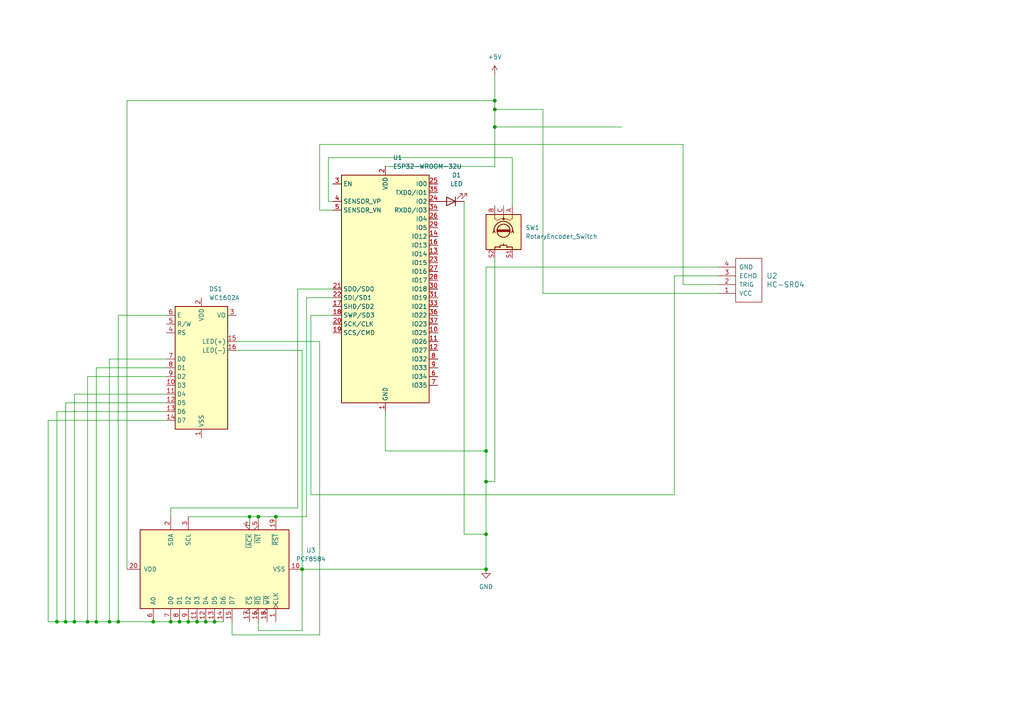
<source format=kicad_sch>
(kicad_sch
	(version 20231120)
	(generator "eeschema")
	(generator_version "8.0")
	(uuid "9595c74d-b2b4-4fe2-ab7b-44a3e357c288")
	(paper "A4")
	(lib_symbols
		(symbol "Device:LED"
			(pin_numbers hide)
			(pin_names
				(offset 1.016) hide)
			(exclude_from_sim no)
			(in_bom yes)
			(on_board yes)
			(property "Reference" "D"
				(at 0 2.54 0)
				(effects
					(font
						(size 1.27 1.27)
					)
				)
			)
			(property "Value" "LED"
				(at 0 -2.54 0)
				(effects
					(font
						(size 1.27 1.27)
					)
				)
			)
			(property "Footprint" ""
				(at 0 0 0)
				(effects
					(font
						(size 1.27 1.27)
					)
					(hide yes)
				)
			)
			(property "Datasheet" "~"
				(at 0 0 0)
				(effects
					(font
						(size 1.27 1.27)
					)
					(hide yes)
				)
			)
			(property "Description" "Light emitting diode"
				(at 0 0 0)
				(effects
					(font
						(size 1.27 1.27)
					)
					(hide yes)
				)
			)
			(property "ki_keywords" "LED diode"
				(at 0 0 0)
				(effects
					(font
						(size 1.27 1.27)
					)
					(hide yes)
				)
			)
			(property "ki_fp_filters" "LED* LED_SMD:* LED_THT:*"
				(at 0 0 0)
				(effects
					(font
						(size 1.27 1.27)
					)
					(hide yes)
				)
			)
			(symbol "LED_0_1"
				(polyline
					(pts
						(xy -1.27 -1.27) (xy -1.27 1.27)
					)
					(stroke
						(width 0.254)
						(type default)
					)
					(fill
						(type none)
					)
				)
				(polyline
					(pts
						(xy -1.27 0) (xy 1.27 0)
					)
					(stroke
						(width 0)
						(type default)
					)
					(fill
						(type none)
					)
				)
				(polyline
					(pts
						(xy 1.27 -1.27) (xy 1.27 1.27) (xy -1.27 0) (xy 1.27 -1.27)
					)
					(stroke
						(width 0.254)
						(type default)
					)
					(fill
						(type none)
					)
				)
				(polyline
					(pts
						(xy -3.048 -0.762) (xy -4.572 -2.286) (xy -3.81 -2.286) (xy -4.572 -2.286) (xy -4.572 -1.524)
					)
					(stroke
						(width 0)
						(type default)
					)
					(fill
						(type none)
					)
				)
				(polyline
					(pts
						(xy -1.778 -0.762) (xy -3.302 -2.286) (xy -2.54 -2.286) (xy -3.302 -2.286) (xy -3.302 -1.524)
					)
					(stroke
						(width 0)
						(type default)
					)
					(fill
						(type none)
					)
				)
			)
			(symbol "LED_1_1"
				(pin passive line
					(at -3.81 0 0)
					(length 2.54)
					(name "K"
						(effects
							(font
								(size 1.27 1.27)
							)
						)
					)
					(number "1"
						(effects
							(font
								(size 1.27 1.27)
							)
						)
					)
				)
				(pin passive line
					(at 3.81 0 180)
					(length 2.54)
					(name "A"
						(effects
							(font
								(size 1.27 1.27)
							)
						)
					)
					(number "2"
						(effects
							(font
								(size 1.27 1.27)
							)
						)
					)
				)
			)
		)
		(symbol "Device:RotaryEncoder_Switch"
			(pin_names
				(offset 0.254) hide)
			(exclude_from_sim no)
			(in_bom yes)
			(on_board yes)
			(property "Reference" "SW"
				(at 0 6.604 0)
				(effects
					(font
						(size 1.27 1.27)
					)
				)
			)
			(property "Value" "RotaryEncoder_Switch"
				(at 0 -6.604 0)
				(effects
					(font
						(size 1.27 1.27)
					)
				)
			)
			(property "Footprint" ""
				(at -3.81 4.064 0)
				(effects
					(font
						(size 1.27 1.27)
					)
					(hide yes)
				)
			)
			(property "Datasheet" "~"
				(at 0 6.604 0)
				(effects
					(font
						(size 1.27 1.27)
					)
					(hide yes)
				)
			)
			(property "Description" "Rotary encoder, dual channel, incremental quadrate outputs, with switch"
				(at 0 0 0)
				(effects
					(font
						(size 1.27 1.27)
					)
					(hide yes)
				)
			)
			(property "ki_keywords" "rotary switch encoder switch push button"
				(at 0 0 0)
				(effects
					(font
						(size 1.27 1.27)
					)
					(hide yes)
				)
			)
			(property "ki_fp_filters" "RotaryEncoder*Switch*"
				(at 0 0 0)
				(effects
					(font
						(size 1.27 1.27)
					)
					(hide yes)
				)
			)
			(symbol "RotaryEncoder_Switch_0_1"
				(rectangle
					(start -5.08 5.08)
					(end 5.08 -5.08)
					(stroke
						(width 0.254)
						(type default)
					)
					(fill
						(type background)
					)
				)
				(circle
					(center -3.81 0)
					(radius 0.254)
					(stroke
						(width 0)
						(type default)
					)
					(fill
						(type outline)
					)
				)
				(circle
					(center -0.381 0)
					(radius 1.905)
					(stroke
						(width 0.254)
						(type default)
					)
					(fill
						(type none)
					)
				)
				(arc
					(start -0.381 2.667)
					(mid -3.0988 -0.0635)
					(end -0.381 -2.794)
					(stroke
						(width 0.254)
						(type default)
					)
					(fill
						(type none)
					)
				)
				(polyline
					(pts
						(xy -0.635 -1.778) (xy -0.635 1.778)
					)
					(stroke
						(width 0.254)
						(type default)
					)
					(fill
						(type none)
					)
				)
				(polyline
					(pts
						(xy -0.381 -1.778) (xy -0.381 1.778)
					)
					(stroke
						(width 0.254)
						(type default)
					)
					(fill
						(type none)
					)
				)
				(polyline
					(pts
						(xy -0.127 1.778) (xy -0.127 -1.778)
					)
					(stroke
						(width 0.254)
						(type default)
					)
					(fill
						(type none)
					)
				)
				(polyline
					(pts
						(xy 3.81 0) (xy 3.429 0)
					)
					(stroke
						(width 0.254)
						(type default)
					)
					(fill
						(type none)
					)
				)
				(polyline
					(pts
						(xy 3.81 1.016) (xy 3.81 -1.016)
					)
					(stroke
						(width 0.254)
						(type default)
					)
					(fill
						(type none)
					)
				)
				(polyline
					(pts
						(xy -5.08 -2.54) (xy -3.81 -2.54) (xy -3.81 -2.032)
					)
					(stroke
						(width 0)
						(type default)
					)
					(fill
						(type none)
					)
				)
				(polyline
					(pts
						(xy -5.08 2.54) (xy -3.81 2.54) (xy -3.81 2.032)
					)
					(stroke
						(width 0)
						(type default)
					)
					(fill
						(type none)
					)
				)
				(polyline
					(pts
						(xy 0.254 -3.048) (xy -0.508 -2.794) (xy 0.127 -2.413)
					)
					(stroke
						(width 0.254)
						(type default)
					)
					(fill
						(type none)
					)
				)
				(polyline
					(pts
						(xy 0.254 2.921) (xy -0.508 2.667) (xy 0.127 2.286)
					)
					(stroke
						(width 0.254)
						(type default)
					)
					(fill
						(type none)
					)
				)
				(polyline
					(pts
						(xy 5.08 -2.54) (xy 4.318 -2.54) (xy 4.318 -1.016)
					)
					(stroke
						(width 0.254)
						(type default)
					)
					(fill
						(type none)
					)
				)
				(polyline
					(pts
						(xy 5.08 2.54) (xy 4.318 2.54) (xy 4.318 1.016)
					)
					(stroke
						(width 0.254)
						(type default)
					)
					(fill
						(type none)
					)
				)
				(polyline
					(pts
						(xy -5.08 0) (xy -3.81 0) (xy -3.81 -1.016) (xy -3.302 -2.032)
					)
					(stroke
						(width 0)
						(type default)
					)
					(fill
						(type none)
					)
				)
				(polyline
					(pts
						(xy -4.318 0) (xy -3.81 0) (xy -3.81 1.016) (xy -3.302 2.032)
					)
					(stroke
						(width 0)
						(type default)
					)
					(fill
						(type none)
					)
				)
				(circle
					(center 4.318 -1.016)
					(radius 0.127)
					(stroke
						(width 0.254)
						(type default)
					)
					(fill
						(type none)
					)
				)
				(circle
					(center 4.318 1.016)
					(radius 0.127)
					(stroke
						(width 0.254)
						(type default)
					)
					(fill
						(type none)
					)
				)
			)
			(symbol "RotaryEncoder_Switch_1_1"
				(pin passive line
					(at -7.62 2.54 0)
					(length 2.54)
					(name "A"
						(effects
							(font
								(size 1.27 1.27)
							)
						)
					)
					(number "A"
						(effects
							(font
								(size 1.27 1.27)
							)
						)
					)
				)
				(pin passive line
					(at -7.62 -2.54 0)
					(length 2.54)
					(name "B"
						(effects
							(font
								(size 1.27 1.27)
							)
						)
					)
					(number "B"
						(effects
							(font
								(size 1.27 1.27)
							)
						)
					)
				)
				(pin passive line
					(at -7.62 0 0)
					(length 2.54)
					(name "C"
						(effects
							(font
								(size 1.27 1.27)
							)
						)
					)
					(number "C"
						(effects
							(font
								(size 1.27 1.27)
							)
						)
					)
				)
				(pin passive line
					(at 7.62 2.54 180)
					(length 2.54)
					(name "S1"
						(effects
							(font
								(size 1.27 1.27)
							)
						)
					)
					(number "S1"
						(effects
							(font
								(size 1.27 1.27)
							)
						)
					)
				)
				(pin passive line
					(at 7.62 -2.54 180)
					(length 2.54)
					(name "S2"
						(effects
							(font
								(size 1.27 1.27)
							)
						)
					)
					(number "S2"
						(effects
							(font
								(size 1.27 1.27)
							)
						)
					)
				)
			)
		)
		(symbol "Display_Character:WC1602A"
			(exclude_from_sim no)
			(in_bom yes)
			(on_board yes)
			(property "Reference" "DS"
				(at -5.842 19.05 0)
				(effects
					(font
						(size 1.27 1.27)
					)
				)
			)
			(property "Value" "WC1602A"
				(at 5.334 19.05 0)
				(effects
					(font
						(size 1.27 1.27)
					)
				)
			)
			(property "Footprint" "Display:WC1602A"
				(at 0 -22.86 0)
				(effects
					(font
						(size 1.27 1.27)
						(italic yes)
					)
					(hide yes)
				)
			)
			(property "Datasheet" "http://www.wincomlcd.com/pdf/WC1602A-SFYLYHTC06.pdf"
				(at 17.78 0 0)
				(effects
					(font
						(size 1.27 1.27)
					)
					(hide yes)
				)
			)
			(property "Description" "LCD 16x2 Alphanumeric , 8 bit parallel bus, 5V VDD"
				(at 0 0 0)
				(effects
					(font
						(size 1.27 1.27)
					)
					(hide yes)
				)
			)
			(property "ki_keywords" "display LCD dot-matrix"
				(at 0 0 0)
				(effects
					(font
						(size 1.27 1.27)
					)
					(hide yes)
				)
			)
			(property "ki_fp_filters" "*WC*1602A*"
				(at 0 0 0)
				(effects
					(font
						(size 1.27 1.27)
					)
					(hide yes)
				)
			)
			(symbol "WC1602A_1_1"
				(rectangle
					(start -7.62 17.78)
					(end 7.62 -17.78)
					(stroke
						(width 0.254)
						(type default)
					)
					(fill
						(type background)
					)
				)
				(pin power_in line
					(at 0 -20.32 90)
					(length 2.54)
					(name "VSS"
						(effects
							(font
								(size 1.27 1.27)
							)
						)
					)
					(number "1"
						(effects
							(font
								(size 1.27 1.27)
							)
						)
					)
				)
				(pin input line
					(at -10.16 -5.08 0)
					(length 2.54)
					(name "D3"
						(effects
							(font
								(size 1.27 1.27)
							)
						)
					)
					(number "10"
						(effects
							(font
								(size 1.27 1.27)
							)
						)
					)
				)
				(pin input line
					(at -10.16 -7.62 0)
					(length 2.54)
					(name "D4"
						(effects
							(font
								(size 1.27 1.27)
							)
						)
					)
					(number "11"
						(effects
							(font
								(size 1.27 1.27)
							)
						)
					)
				)
				(pin input line
					(at -10.16 -10.16 0)
					(length 2.54)
					(name "D5"
						(effects
							(font
								(size 1.27 1.27)
							)
						)
					)
					(number "12"
						(effects
							(font
								(size 1.27 1.27)
							)
						)
					)
				)
				(pin input line
					(at -10.16 -12.7 0)
					(length 2.54)
					(name "D6"
						(effects
							(font
								(size 1.27 1.27)
							)
						)
					)
					(number "13"
						(effects
							(font
								(size 1.27 1.27)
							)
						)
					)
				)
				(pin input line
					(at -10.16 -15.24 0)
					(length 2.54)
					(name "D7"
						(effects
							(font
								(size 1.27 1.27)
							)
						)
					)
					(number "14"
						(effects
							(font
								(size 1.27 1.27)
							)
						)
					)
				)
				(pin power_in line
					(at 10.16 7.62 180)
					(length 2.54)
					(name "LED(+)"
						(effects
							(font
								(size 1.27 1.27)
							)
						)
					)
					(number "15"
						(effects
							(font
								(size 1.27 1.27)
							)
						)
					)
				)
				(pin power_in line
					(at 10.16 5.08 180)
					(length 2.54)
					(name "LED(-)"
						(effects
							(font
								(size 1.27 1.27)
							)
						)
					)
					(number "16"
						(effects
							(font
								(size 1.27 1.27)
							)
						)
					)
				)
				(pin power_in line
					(at 0 20.32 270)
					(length 2.54)
					(name "VDD"
						(effects
							(font
								(size 1.27 1.27)
							)
						)
					)
					(number "2"
						(effects
							(font
								(size 1.27 1.27)
							)
						)
					)
				)
				(pin input line
					(at 10.16 15.24 180)
					(length 2.54)
					(name "VO"
						(effects
							(font
								(size 1.27 1.27)
							)
						)
					)
					(number "3"
						(effects
							(font
								(size 1.27 1.27)
							)
						)
					)
				)
				(pin input line
					(at -10.16 10.16 0)
					(length 2.54)
					(name "RS"
						(effects
							(font
								(size 1.27 1.27)
							)
						)
					)
					(number "4"
						(effects
							(font
								(size 1.27 1.27)
							)
						)
					)
				)
				(pin input line
					(at -10.16 12.7 0)
					(length 2.54)
					(name "R/W"
						(effects
							(font
								(size 1.27 1.27)
							)
						)
					)
					(number "5"
						(effects
							(font
								(size 1.27 1.27)
							)
						)
					)
				)
				(pin input line
					(at -10.16 15.24 0)
					(length 2.54)
					(name "E"
						(effects
							(font
								(size 1.27 1.27)
							)
						)
					)
					(number "6"
						(effects
							(font
								(size 1.27 1.27)
							)
						)
					)
				)
				(pin input line
					(at -10.16 2.54 0)
					(length 2.54)
					(name "D0"
						(effects
							(font
								(size 1.27 1.27)
							)
						)
					)
					(number "7"
						(effects
							(font
								(size 1.27 1.27)
							)
						)
					)
				)
				(pin input line
					(at -10.16 0 0)
					(length 2.54)
					(name "D1"
						(effects
							(font
								(size 1.27 1.27)
							)
						)
					)
					(number "8"
						(effects
							(font
								(size 1.27 1.27)
							)
						)
					)
				)
				(pin input line
					(at -10.16 -2.54 0)
					(length 2.54)
					(name "D2"
						(effects
							(font
								(size 1.27 1.27)
							)
						)
					)
					(number "9"
						(effects
							(font
								(size 1.27 1.27)
							)
						)
					)
				)
			)
		)
		(symbol "Interface_Expansion:PCF8584"
			(pin_names
				(offset 1.016)
			)
			(exclude_from_sim no)
			(in_bom yes)
			(on_board yes)
			(property "Reference" "U"
				(at -11.43 22.86 0)
				(effects
					(font
						(size 1.27 1.27)
					)
					(justify left)
				)
			)
			(property "Value" "PCF8584"
				(at 3.81 22.86 0)
				(effects
					(font
						(size 1.27 1.27)
					)
					(justify left)
				)
			)
			(property "Footprint" ""
				(at 0 0 0)
				(effects
					(font
						(size 1.27 1.27)
					)
					(hide yes)
				)
			)
			(property "Datasheet" "http://www.nxp.com/docs/en/data-sheet/PCF8584.pdf"
				(at 0 0 0)
				(effects
					(font
						(size 1.27 1.27)
					)
					(hide yes)
				)
			)
			(property "Description" "I2C Bus Controller, DIP/SOIC-20"
				(at 0 0 0)
				(effects
					(font
						(size 1.27 1.27)
					)
					(hide yes)
				)
			)
			(property "ki_keywords" "I2C Bus"
				(at 0 0 0)
				(effects
					(font
						(size 1.27 1.27)
					)
					(hide yes)
				)
			)
			(property "ki_fp_filters" "DIP* PDIP* SO* SOIC*"
				(at 0 0 0)
				(effects
					(font
						(size 1.27 1.27)
					)
					(hide yes)
				)
			)
			(symbol "PCF8584_0_1"
				(rectangle
					(start -11.43 -21.59)
					(end 11.43 21.59)
					(stroke
						(width 0.254)
						(type default)
					)
					(fill
						(type background)
					)
				)
			)
			(symbol "PCF8584_1_1"
				(pin input clock
					(at -15.24 -17.78 0)
					(length 3.81)
					(name "CLK"
						(effects
							(font
								(size 1.27 1.27)
							)
						)
					)
					(number "1"
						(effects
							(font
								(size 1.27 1.27)
							)
						)
					)
				)
				(pin power_in line
					(at 0 -25.4 90)
					(length 3.81)
					(name "VSS"
						(effects
							(font
								(size 1.27 1.27)
							)
						)
					)
					(number "10"
						(effects
							(font
								(size 1.27 1.27)
							)
						)
					)
				)
				(pin tri_state line
					(at -15.24 5.08 0)
					(length 3.81)
					(name "D3"
						(effects
							(font
								(size 1.27 1.27)
							)
						)
					)
					(number "11"
						(effects
							(font
								(size 1.27 1.27)
							)
						)
					)
				)
				(pin tri_state line
					(at -15.24 2.54 0)
					(length 3.81)
					(name "D4"
						(effects
							(font
								(size 1.27 1.27)
							)
						)
					)
					(number "12"
						(effects
							(font
								(size 1.27 1.27)
							)
						)
					)
				)
				(pin tri_state line
					(at -15.24 0 0)
					(length 3.81)
					(name "D5"
						(effects
							(font
								(size 1.27 1.27)
							)
						)
					)
					(number "13"
						(effects
							(font
								(size 1.27 1.27)
							)
						)
					)
				)
				(pin tri_state line
					(at -15.24 -2.54 0)
					(length 3.81)
					(name "D6"
						(effects
							(font
								(size 1.27 1.27)
							)
						)
					)
					(number "14"
						(effects
							(font
								(size 1.27 1.27)
							)
						)
					)
				)
				(pin tri_state line
					(at -15.24 -5.08 0)
					(length 3.81)
					(name "D7"
						(effects
							(font
								(size 1.27 1.27)
							)
						)
					)
					(number "15"
						(effects
							(font
								(size 1.27 1.27)
							)
						)
					)
				)
				(pin passive input_low
					(at -15.24 -12.7 0)
					(length 3.81)
					(name "~{RD}"
						(effects
							(font
								(size 1.27 1.27)
							)
						)
					)
					(number "16"
						(effects
							(font
								(size 1.27 1.27)
							)
						)
					)
				)
				(pin input input_low
					(at -15.24 -10.16 0)
					(length 3.81)
					(name "~{CS}"
						(effects
							(font
								(size 1.27 1.27)
							)
						)
					)
					(number "17"
						(effects
							(font
								(size 1.27 1.27)
							)
						)
					)
				)
				(pin input input_low
					(at -15.24 -15.24 0)
					(length 3.81)
					(name "~{WR}"
						(effects
							(font
								(size 1.27 1.27)
							)
						)
					)
					(number "18"
						(effects
							(font
								(size 1.27 1.27)
							)
						)
					)
				)
				(pin bidirectional line
					(at 15.24 -17.78 180)
					(length 3.81)
					(name "~{RST}"
						(effects
							(font
								(size 1.27 1.27)
							)
						)
					)
					(number "19"
						(effects
							(font
								(size 1.27 1.27)
							)
						)
					)
				)
				(pin bidirectional line
					(at 15.24 12.7 180)
					(length 3.81)
					(name "SDA"
						(effects
							(font
								(size 1.27 1.27)
							)
						)
					)
					(number "2"
						(effects
							(font
								(size 1.27 1.27)
							)
						)
					)
				)
				(pin power_in line
					(at 0 25.4 270)
					(length 3.81)
					(name "VDD"
						(effects
							(font
								(size 1.27 1.27)
							)
						)
					)
					(number "20"
						(effects
							(font
								(size 1.27 1.27)
							)
						)
					)
				)
				(pin bidirectional line
					(at 15.24 7.62 180)
					(length 3.81)
					(name "SCL"
						(effects
							(font
								(size 1.27 1.27)
							)
						)
					)
					(number "3"
						(effects
							(font
								(size 1.27 1.27)
							)
						)
					)
				)
				(pin input input_low
					(at 15.24 -10.16 180)
					(length 3.81)
					(name "~{IACK}"
						(effects
							(font
								(size 1.27 1.27)
							)
						)
					)
					(number "4"
						(effects
							(font
								(size 1.27 1.27)
							)
						)
					)
				)
				(pin output output_low
					(at 15.24 -12.7 180)
					(length 3.81)
					(name "~{INT}"
						(effects
							(font
								(size 1.27 1.27)
							)
						)
					)
					(number "5"
						(effects
							(font
								(size 1.27 1.27)
							)
						)
					)
				)
				(pin input line
					(at -15.24 17.78 0)
					(length 3.81)
					(name "A0"
						(effects
							(font
								(size 1.27 1.27)
							)
						)
					)
					(number "6"
						(effects
							(font
								(size 1.27 1.27)
							)
						)
					)
				)
				(pin tri_state line
					(at -15.24 12.7 0)
					(length 3.81)
					(name "D0"
						(effects
							(font
								(size 1.27 1.27)
							)
						)
					)
					(number "7"
						(effects
							(font
								(size 1.27 1.27)
							)
						)
					)
				)
				(pin tri_state line
					(at -15.24 10.16 0)
					(length 3.81)
					(name "D1"
						(effects
							(font
								(size 1.27 1.27)
							)
						)
					)
					(number "8"
						(effects
							(font
								(size 1.27 1.27)
							)
						)
					)
				)
				(pin tri_state line
					(at -15.24 7.62 0)
					(length 3.81)
					(name "D2"
						(effects
							(font
								(size 1.27 1.27)
							)
						)
					)
					(number "9"
						(effects
							(font
								(size 1.27 1.27)
							)
						)
					)
				)
			)
		)
		(symbol "RF_Module:ESP32-WROOM-32U"
			(exclude_from_sim no)
			(in_bom yes)
			(on_board yes)
			(property "Reference" "U"
				(at -12.7 34.29 0)
				(effects
					(font
						(size 1.27 1.27)
					)
					(justify left)
				)
			)
			(property "Value" "ESP32-WROOM-32U"
				(at 1.27 34.29 0)
				(effects
					(font
						(size 1.27 1.27)
					)
					(justify left)
				)
			)
			(property "Footprint" "RF_Module:ESP32-WROOM-32U"
				(at 0 -38.1 0)
				(effects
					(font
						(size 1.27 1.27)
					)
					(hide yes)
				)
			)
			(property "Datasheet" "https://www.espressif.com/sites/default/files/documentation/esp32-wroom-32d_esp32-wroom-32u_datasheet_en.pdf"
				(at -7.62 1.27 0)
				(effects
					(font
						(size 1.27 1.27)
					)
					(hide yes)
				)
			)
			(property "Description" "RF Module, ESP32-D0WD SoC, Wi-Fi 802.11b/g/n, Bluetooth, BLE, 32-bit, 2.7-3.6V, external antenna, SMD"
				(at 0 0 0)
				(effects
					(font
						(size 1.27 1.27)
					)
					(hide yes)
				)
			)
			(property "ki_keywords" "RF Radio BT ESP ESP32 Espressif external U.FL antenna"
				(at 0 0 0)
				(effects
					(font
						(size 1.27 1.27)
					)
					(hide yes)
				)
			)
			(property "ki_fp_filters" "ESP32?WROOM?32U*"
				(at 0 0 0)
				(effects
					(font
						(size 1.27 1.27)
					)
					(hide yes)
				)
			)
			(symbol "ESP32-WROOM-32U_0_1"
				(rectangle
					(start -12.7 33.02)
					(end 12.7 -33.02)
					(stroke
						(width 0.254)
						(type default)
					)
					(fill
						(type background)
					)
				)
			)
			(symbol "ESP32-WROOM-32U_1_1"
				(pin power_in line
					(at 0 -35.56 90)
					(length 2.54)
					(name "GND"
						(effects
							(font
								(size 1.27 1.27)
							)
						)
					)
					(number "1"
						(effects
							(font
								(size 1.27 1.27)
							)
						)
					)
				)
				(pin bidirectional line
					(at 15.24 -12.7 180)
					(length 2.54)
					(name "IO25"
						(effects
							(font
								(size 1.27 1.27)
							)
						)
					)
					(number "10"
						(effects
							(font
								(size 1.27 1.27)
							)
						)
					)
				)
				(pin bidirectional line
					(at 15.24 -15.24 180)
					(length 2.54)
					(name "IO26"
						(effects
							(font
								(size 1.27 1.27)
							)
						)
					)
					(number "11"
						(effects
							(font
								(size 1.27 1.27)
							)
						)
					)
				)
				(pin bidirectional line
					(at 15.24 -17.78 180)
					(length 2.54)
					(name "IO27"
						(effects
							(font
								(size 1.27 1.27)
							)
						)
					)
					(number "12"
						(effects
							(font
								(size 1.27 1.27)
							)
						)
					)
				)
				(pin bidirectional line
					(at 15.24 10.16 180)
					(length 2.54)
					(name "IO14"
						(effects
							(font
								(size 1.27 1.27)
							)
						)
					)
					(number "13"
						(effects
							(font
								(size 1.27 1.27)
							)
						)
					)
				)
				(pin bidirectional line
					(at 15.24 15.24 180)
					(length 2.54)
					(name "IO12"
						(effects
							(font
								(size 1.27 1.27)
							)
						)
					)
					(number "14"
						(effects
							(font
								(size 1.27 1.27)
							)
						)
					)
				)
				(pin passive line
					(at 0 -35.56 90)
					(length 2.54) hide
					(name "GND"
						(effects
							(font
								(size 1.27 1.27)
							)
						)
					)
					(number "15"
						(effects
							(font
								(size 1.27 1.27)
							)
						)
					)
				)
				(pin bidirectional line
					(at 15.24 12.7 180)
					(length 2.54)
					(name "IO13"
						(effects
							(font
								(size 1.27 1.27)
							)
						)
					)
					(number "16"
						(effects
							(font
								(size 1.27 1.27)
							)
						)
					)
				)
				(pin bidirectional line
					(at -15.24 -5.08 0)
					(length 2.54)
					(name "SHD/SD2"
						(effects
							(font
								(size 1.27 1.27)
							)
						)
					)
					(number "17"
						(effects
							(font
								(size 1.27 1.27)
							)
						)
					)
				)
				(pin bidirectional line
					(at -15.24 -7.62 0)
					(length 2.54)
					(name "SWP/SD3"
						(effects
							(font
								(size 1.27 1.27)
							)
						)
					)
					(number "18"
						(effects
							(font
								(size 1.27 1.27)
							)
						)
					)
				)
				(pin bidirectional line
					(at -15.24 -12.7 0)
					(length 2.54)
					(name "SCS/CMD"
						(effects
							(font
								(size 1.27 1.27)
							)
						)
					)
					(number "19"
						(effects
							(font
								(size 1.27 1.27)
							)
						)
					)
				)
				(pin power_in line
					(at 0 35.56 270)
					(length 2.54)
					(name "VDD"
						(effects
							(font
								(size 1.27 1.27)
							)
						)
					)
					(number "2"
						(effects
							(font
								(size 1.27 1.27)
							)
						)
					)
				)
				(pin bidirectional line
					(at -15.24 -10.16 0)
					(length 2.54)
					(name "SCK/CLK"
						(effects
							(font
								(size 1.27 1.27)
							)
						)
					)
					(number "20"
						(effects
							(font
								(size 1.27 1.27)
							)
						)
					)
				)
				(pin bidirectional line
					(at -15.24 0 0)
					(length 2.54)
					(name "SDO/SD0"
						(effects
							(font
								(size 1.27 1.27)
							)
						)
					)
					(number "21"
						(effects
							(font
								(size 1.27 1.27)
							)
						)
					)
				)
				(pin bidirectional line
					(at -15.24 -2.54 0)
					(length 2.54)
					(name "SDI/SD1"
						(effects
							(font
								(size 1.27 1.27)
							)
						)
					)
					(number "22"
						(effects
							(font
								(size 1.27 1.27)
							)
						)
					)
				)
				(pin bidirectional line
					(at 15.24 7.62 180)
					(length 2.54)
					(name "IO15"
						(effects
							(font
								(size 1.27 1.27)
							)
						)
					)
					(number "23"
						(effects
							(font
								(size 1.27 1.27)
							)
						)
					)
				)
				(pin bidirectional line
					(at 15.24 25.4 180)
					(length 2.54)
					(name "IO2"
						(effects
							(font
								(size 1.27 1.27)
							)
						)
					)
					(number "24"
						(effects
							(font
								(size 1.27 1.27)
							)
						)
					)
				)
				(pin bidirectional line
					(at 15.24 30.48 180)
					(length 2.54)
					(name "IO0"
						(effects
							(font
								(size 1.27 1.27)
							)
						)
					)
					(number "25"
						(effects
							(font
								(size 1.27 1.27)
							)
						)
					)
				)
				(pin bidirectional line
					(at 15.24 20.32 180)
					(length 2.54)
					(name "IO4"
						(effects
							(font
								(size 1.27 1.27)
							)
						)
					)
					(number "26"
						(effects
							(font
								(size 1.27 1.27)
							)
						)
					)
				)
				(pin bidirectional line
					(at 15.24 5.08 180)
					(length 2.54)
					(name "IO16"
						(effects
							(font
								(size 1.27 1.27)
							)
						)
					)
					(number "27"
						(effects
							(font
								(size 1.27 1.27)
							)
						)
					)
				)
				(pin bidirectional line
					(at 15.24 2.54 180)
					(length 2.54)
					(name "IO17"
						(effects
							(font
								(size 1.27 1.27)
							)
						)
					)
					(number "28"
						(effects
							(font
								(size 1.27 1.27)
							)
						)
					)
				)
				(pin bidirectional line
					(at 15.24 17.78 180)
					(length 2.54)
					(name "IO5"
						(effects
							(font
								(size 1.27 1.27)
							)
						)
					)
					(number "29"
						(effects
							(font
								(size 1.27 1.27)
							)
						)
					)
				)
				(pin input line
					(at -15.24 30.48 0)
					(length 2.54)
					(name "EN"
						(effects
							(font
								(size 1.27 1.27)
							)
						)
					)
					(number "3"
						(effects
							(font
								(size 1.27 1.27)
							)
						)
					)
				)
				(pin bidirectional line
					(at 15.24 0 180)
					(length 2.54)
					(name "IO18"
						(effects
							(font
								(size 1.27 1.27)
							)
						)
					)
					(number "30"
						(effects
							(font
								(size 1.27 1.27)
							)
						)
					)
				)
				(pin bidirectional line
					(at 15.24 -2.54 180)
					(length 2.54)
					(name "IO19"
						(effects
							(font
								(size 1.27 1.27)
							)
						)
					)
					(number "31"
						(effects
							(font
								(size 1.27 1.27)
							)
						)
					)
				)
				(pin no_connect line
					(at -12.7 -27.94 0)
					(length 2.54) hide
					(name "NC"
						(effects
							(font
								(size 1.27 1.27)
							)
						)
					)
					(number "32"
						(effects
							(font
								(size 1.27 1.27)
							)
						)
					)
				)
				(pin bidirectional line
					(at 15.24 -5.08 180)
					(length 2.54)
					(name "IO21"
						(effects
							(font
								(size 1.27 1.27)
							)
						)
					)
					(number "33"
						(effects
							(font
								(size 1.27 1.27)
							)
						)
					)
				)
				(pin bidirectional line
					(at 15.24 22.86 180)
					(length 2.54)
					(name "RXD0/IO3"
						(effects
							(font
								(size 1.27 1.27)
							)
						)
					)
					(number "34"
						(effects
							(font
								(size 1.27 1.27)
							)
						)
					)
				)
				(pin bidirectional line
					(at 15.24 27.94 180)
					(length 2.54)
					(name "TXD0/IO1"
						(effects
							(font
								(size 1.27 1.27)
							)
						)
					)
					(number "35"
						(effects
							(font
								(size 1.27 1.27)
							)
						)
					)
				)
				(pin bidirectional line
					(at 15.24 -7.62 180)
					(length 2.54)
					(name "IO22"
						(effects
							(font
								(size 1.27 1.27)
							)
						)
					)
					(number "36"
						(effects
							(font
								(size 1.27 1.27)
							)
						)
					)
				)
				(pin bidirectional line
					(at 15.24 -10.16 180)
					(length 2.54)
					(name "IO23"
						(effects
							(font
								(size 1.27 1.27)
							)
						)
					)
					(number "37"
						(effects
							(font
								(size 1.27 1.27)
							)
						)
					)
				)
				(pin passive line
					(at 0 -35.56 90)
					(length 2.54) hide
					(name "GND"
						(effects
							(font
								(size 1.27 1.27)
							)
						)
					)
					(number "38"
						(effects
							(font
								(size 1.27 1.27)
							)
						)
					)
				)
				(pin passive line
					(at 0 -35.56 90)
					(length 2.54) hide
					(name "GND"
						(effects
							(font
								(size 1.27 1.27)
							)
						)
					)
					(number "39"
						(effects
							(font
								(size 1.27 1.27)
							)
						)
					)
				)
				(pin input line
					(at -15.24 25.4 0)
					(length 2.54)
					(name "SENSOR_VP"
						(effects
							(font
								(size 1.27 1.27)
							)
						)
					)
					(number "4"
						(effects
							(font
								(size 1.27 1.27)
							)
						)
					)
				)
				(pin input line
					(at -15.24 22.86 0)
					(length 2.54)
					(name "SENSOR_VN"
						(effects
							(font
								(size 1.27 1.27)
							)
						)
					)
					(number "5"
						(effects
							(font
								(size 1.27 1.27)
							)
						)
					)
				)
				(pin input line
					(at 15.24 -25.4 180)
					(length 2.54)
					(name "IO34"
						(effects
							(font
								(size 1.27 1.27)
							)
						)
					)
					(number "6"
						(effects
							(font
								(size 1.27 1.27)
							)
						)
					)
				)
				(pin input line
					(at 15.24 -27.94 180)
					(length 2.54)
					(name "IO35"
						(effects
							(font
								(size 1.27 1.27)
							)
						)
					)
					(number "7"
						(effects
							(font
								(size 1.27 1.27)
							)
						)
					)
				)
				(pin bidirectional line
					(at 15.24 -20.32 180)
					(length 2.54)
					(name "IO32"
						(effects
							(font
								(size 1.27 1.27)
							)
						)
					)
					(number "8"
						(effects
							(font
								(size 1.27 1.27)
							)
						)
					)
				)
				(pin bidirectional line
					(at 15.24 -22.86 180)
					(length 2.54)
					(name "IO33"
						(effects
							(font
								(size 1.27 1.27)
							)
						)
					)
					(number "9"
						(effects
							(font
								(size 1.27 1.27)
							)
						)
					)
				)
			)
		)
		(symbol "hc-sr04:HC-SR04"
			(pin_names
				(offset 1.016)
			)
			(exclude_from_sim no)
			(in_bom yes)
			(on_board yes)
			(property "Reference" "U"
				(at -6.35 -7.62 0)
				(effects
					(font
						(size 1.524 1.524)
					)
				)
			)
			(property "Value" "HC-SR04"
				(at -2.54 7.62 0)
				(effects
					(font
						(size 1.524 1.524)
					)
				)
			)
			(property "Footprint" ""
				(at 0 0 0)
				(effects
					(font
						(size 1.524 1.524)
					)
				)
			)
			(property "Datasheet" ""
				(at 0 0 0)
				(effects
					(font
						(size 1.524 1.524)
					)
				)
			)
			(property "Description" ""
				(at 0 0 0)
				(effects
					(font
						(size 1.27 1.27)
					)
					(hide yes)
				)
			)
			(symbol "HC-SR04_0_1"
				(rectangle
					(start 0 6.35)
					(end -7.62 -6.35)
					(stroke
						(width 0)
						(type solid)
					)
					(fill
						(type none)
					)
				)
			)
			(symbol "HC-SR04_1_1"
				(pin input line
					(at 5.08 3.81 180)
					(length 5.08)
					(name "VCC"
						(effects
							(font
								(size 1.27 1.27)
							)
						)
					)
					(number "1"
						(effects
							(font
								(size 1.27 1.27)
							)
						)
					)
				)
				(pin input line
					(at 5.08 1.27 180)
					(length 5.08)
					(name "TRIG"
						(effects
							(font
								(size 1.27 1.27)
							)
						)
					)
					(number "2"
						(effects
							(font
								(size 1.27 1.27)
							)
						)
					)
				)
				(pin input line
					(at 5.08 -1.27 180)
					(length 5.08)
					(name "ECHO"
						(effects
							(font
								(size 1.27 1.27)
							)
						)
					)
					(number "3"
						(effects
							(font
								(size 1.27 1.27)
							)
						)
					)
				)
				(pin input line
					(at 5.08 -3.81 180)
					(length 5.08)
					(name "GND"
						(effects
							(font
								(size 1.27 1.27)
							)
						)
					)
					(number "4"
						(effects
							(font
								(size 1.27 1.27)
							)
						)
					)
				)
			)
		)
		(symbol "power:+5V"
			(power)
			(pin_numbers hide)
			(pin_names
				(offset 0) hide)
			(exclude_from_sim no)
			(in_bom yes)
			(on_board yes)
			(property "Reference" "#PWR"
				(at 0 -3.81 0)
				(effects
					(font
						(size 1.27 1.27)
					)
					(hide yes)
				)
			)
			(property "Value" "+5V"
				(at 0 3.556 0)
				(effects
					(font
						(size 1.27 1.27)
					)
				)
			)
			(property "Footprint" ""
				(at 0 0 0)
				(effects
					(font
						(size 1.27 1.27)
					)
					(hide yes)
				)
			)
			(property "Datasheet" ""
				(at 0 0 0)
				(effects
					(font
						(size 1.27 1.27)
					)
					(hide yes)
				)
			)
			(property "Description" "Power symbol creates a global label with name \"+5V\""
				(at 0 0 0)
				(effects
					(font
						(size 1.27 1.27)
					)
					(hide yes)
				)
			)
			(property "ki_keywords" "global power"
				(at 0 0 0)
				(effects
					(font
						(size 1.27 1.27)
					)
					(hide yes)
				)
			)
			(symbol "+5V_0_1"
				(polyline
					(pts
						(xy -0.762 1.27) (xy 0 2.54)
					)
					(stroke
						(width 0)
						(type default)
					)
					(fill
						(type none)
					)
				)
				(polyline
					(pts
						(xy 0 0) (xy 0 2.54)
					)
					(stroke
						(width 0)
						(type default)
					)
					(fill
						(type none)
					)
				)
				(polyline
					(pts
						(xy 0 2.54) (xy 0.762 1.27)
					)
					(stroke
						(width 0)
						(type default)
					)
					(fill
						(type none)
					)
				)
			)
			(symbol "+5V_1_1"
				(pin power_in line
					(at 0 0 90)
					(length 0)
					(name "~"
						(effects
							(font
								(size 1.27 1.27)
							)
						)
					)
					(number "1"
						(effects
							(font
								(size 1.27 1.27)
							)
						)
					)
				)
			)
		)
		(symbol "power:GND"
			(power)
			(pin_numbers hide)
			(pin_names
				(offset 0) hide)
			(exclude_from_sim no)
			(in_bom yes)
			(on_board yes)
			(property "Reference" "#PWR"
				(at 0 -6.35 0)
				(effects
					(font
						(size 1.27 1.27)
					)
					(hide yes)
				)
			)
			(property "Value" "GND"
				(at 0 -3.81 0)
				(effects
					(font
						(size 1.27 1.27)
					)
				)
			)
			(property "Footprint" ""
				(at 0 0 0)
				(effects
					(font
						(size 1.27 1.27)
					)
					(hide yes)
				)
			)
			(property "Datasheet" ""
				(at 0 0 0)
				(effects
					(font
						(size 1.27 1.27)
					)
					(hide yes)
				)
			)
			(property "Description" "Power symbol creates a global label with name \"GND\" , ground"
				(at 0 0 0)
				(effects
					(font
						(size 1.27 1.27)
					)
					(hide yes)
				)
			)
			(property "ki_keywords" "global power"
				(at 0 0 0)
				(effects
					(font
						(size 1.27 1.27)
					)
					(hide yes)
				)
			)
			(symbol "GND_0_1"
				(polyline
					(pts
						(xy 0 0) (xy 0 -1.27) (xy 1.27 -1.27) (xy 0 -2.54) (xy -1.27 -1.27) (xy 0 -1.27)
					)
					(stroke
						(width 0)
						(type default)
					)
					(fill
						(type none)
					)
				)
			)
			(symbol "GND_1_1"
				(pin power_in line
					(at 0 0 270)
					(length 0)
					(name "~"
						(effects
							(font
								(size 1.27 1.27)
							)
						)
					)
					(number "1"
						(effects
							(font
								(size 1.27 1.27)
							)
						)
					)
				)
			)
		)
	)
	(junction
		(at 140.97 139.7)
		(diameter 0)
		(color 0 0 0 0)
		(uuid "04c5260c-2df7-4d8e-b3f1-21a226ace14f")
	)
	(junction
		(at 143.51 29.21)
		(diameter 0)
		(color 0 0 0 0)
		(uuid "159e4609-24a5-42db-b4ca-3a971d7c6d3c")
	)
	(junction
		(at 57.15 180.34)
		(diameter 0)
		(color 0 0 0 0)
		(uuid "1d40c0bf-f44e-48f2-a6dc-16c4d16584b2")
	)
	(junction
		(at 27.94 180.34)
		(diameter 0)
		(color 0 0 0 0)
		(uuid "1d7eb45b-4ab0-43f8-88ea-d78b2a1c33e7")
	)
	(junction
		(at 74.93 149.86)
		(diameter 0)
		(color 0 0 0 0)
		(uuid "22e0dbc1-da9f-4229-b6a1-3492325c1972")
	)
	(junction
		(at 143.51 31.75)
		(diameter 0)
		(color 0 0 0 0)
		(uuid "3859b734-2099-4b88-b87c-fa70ca7410c5")
	)
	(junction
		(at 54.61 180.34)
		(diameter 0)
		(color 0 0 0 0)
		(uuid "427619c4-3160-4713-93c9-cf1a85c69062")
	)
	(junction
		(at 52.07 180.34)
		(diameter 0)
		(color 0 0 0 0)
		(uuid "475d7940-4d40-4c4c-993d-21c5fd9d9dab")
	)
	(junction
		(at 80.01 149.86)
		(diameter 0)
		(color 0 0 0 0)
		(uuid "4a774055-671d-4c00-a1c8-99a6dec19092")
	)
	(junction
		(at 140.97 130.81)
		(diameter 0)
		(color 0 0 0 0)
		(uuid "4c7d03b9-8608-41a3-a9e2-8bb54c51872d")
	)
	(junction
		(at 19.05 180.34)
		(diameter 0)
		(color 0 0 0 0)
		(uuid "741bac33-6ec3-4a0f-8518-4b59366a0170")
	)
	(junction
		(at 143.51 36.83)
		(diameter 0)
		(color 0 0 0 0)
		(uuid "75c1ba70-46b4-48e3-91ae-1ebaeb6057ab")
	)
	(junction
		(at 72.39 149.86)
		(diameter 0)
		(color 0 0 0 0)
		(uuid "76abfa44-a3fd-423b-9719-eeb9348f5f0a")
	)
	(junction
		(at 44.45 180.34)
		(diameter 0)
		(color 0 0 0 0)
		(uuid "7943e4e2-08ee-49fa-a278-05f3e50908ee")
	)
	(junction
		(at 49.53 180.34)
		(diameter 0)
		(color 0 0 0 0)
		(uuid "836fde30-b38f-456c-894f-50677327f340")
	)
	(junction
		(at 21.59 180.34)
		(diameter 0)
		(color 0 0 0 0)
		(uuid "8afaa5b3-5427-478f-a149-40ca16fe2c80")
	)
	(junction
		(at 140.97 165.1)
		(diameter 0)
		(color 0 0 0 0)
		(uuid "a6328a17-5e0e-442e-ac57-e4d7ebdfa0ac")
	)
	(junction
		(at 25.4 180.34)
		(diameter 0)
		(color 0 0 0 0)
		(uuid "adab3b96-3a81-473b-b32d-b5b4f5f3ec5e")
	)
	(junction
		(at 34.29 180.34)
		(diameter 0)
		(color 0 0 0 0)
		(uuid "b5df1dae-5b3f-4b64-8ac5-b1021645f633")
	)
	(junction
		(at 62.23 180.34)
		(diameter 0)
		(color 0 0 0 0)
		(uuid "c0fc050f-e8f9-46a3-a479-568bfa9143de")
	)
	(junction
		(at 59.69 180.34)
		(diameter 0)
		(color 0 0 0 0)
		(uuid "c1cb420d-36af-4650-b816-98eda7608317")
	)
	(junction
		(at 16.51 180.34)
		(diameter 0)
		(color 0 0 0 0)
		(uuid "c5970346-24c6-44e1-8cd2-28ef4617b454")
	)
	(junction
		(at 140.97 154.94)
		(diameter 0)
		(color 0 0 0 0)
		(uuid "d15f852c-05bd-4bfd-8bcd-80ea02fcfe49")
	)
	(junction
		(at 31.75 180.34)
		(diameter 0)
		(color 0 0 0 0)
		(uuid "daf89e29-4ed8-4d65-93dd-ad95fbf06ba9")
	)
	(junction
		(at 87.63 165.1)
		(diameter 0)
		(color 0 0 0 0)
		(uuid "f05b6807-687f-41fc-99c8-497ac5dc0f53")
	)
	(wire
		(pts
			(xy 140.97 77.47) (xy 140.97 130.81)
		)
		(stroke
			(width 0)
			(type default)
		)
		(uuid "0313de69-fb6d-4243-893e-db8e02eb941d")
	)
	(wire
		(pts
			(xy 87.63 165.1) (xy 87.63 182.88)
		)
		(stroke
			(width 0)
			(type default)
		)
		(uuid "04f94f7d-9cb1-414e-81bf-78debfee8a34")
	)
	(wire
		(pts
			(xy 13.97 180.34) (xy 16.51 180.34)
		)
		(stroke
			(width 0)
			(type default)
		)
		(uuid "06ad5eb1-3774-436c-b6f6-a79f1c7b6874")
	)
	(wire
		(pts
			(xy 59.69 180.34) (xy 62.23 180.34)
		)
		(stroke
			(width 0)
			(type default)
		)
		(uuid "0da9bcf5-a340-4c8c-b7fc-0d46768b29f9")
	)
	(wire
		(pts
			(xy 90.17 143.51) (xy 90.17 91.44)
		)
		(stroke
			(width 0)
			(type default)
		)
		(uuid "0dcf24ba-898c-487f-af36-c5f7d0175d2b")
	)
	(wire
		(pts
			(xy 68.58 101.6) (xy 87.63 101.6)
		)
		(stroke
			(width 0)
			(type default)
		)
		(uuid "0f889d4f-89b9-49e2-a14b-0609a9da9524")
	)
	(wire
		(pts
			(xy 148.59 59.69) (xy 148.59 45.72)
		)
		(stroke
			(width 0)
			(type default)
		)
		(uuid "1388be1f-51f9-4666-811d-72baf0714e88")
	)
	(wire
		(pts
			(xy 31.75 180.34) (xy 27.94 180.34)
		)
		(stroke
			(width 0)
			(type default)
		)
		(uuid "16326b25-5205-4a7e-beaf-94d53a624124")
	)
	(wire
		(pts
			(xy 80.01 149.86) (xy 88.9 149.86)
		)
		(stroke
			(width 0)
			(type default)
		)
		(uuid "1b824a52-46ce-4ae1-9fa4-ad97781b1190")
	)
	(wire
		(pts
			(xy 208.28 85.09) (xy 157.48 85.09)
		)
		(stroke
			(width 0)
			(type default)
		)
		(uuid "1cbfb447-b172-4ad8-8284-5dbd4d92b0b7")
	)
	(wire
		(pts
			(xy 86.36 83.82) (xy 96.52 83.82)
		)
		(stroke
			(width 0)
			(type default)
		)
		(uuid "1d8d70ed-cbfe-41a9-b463-1df2c93bd3f7")
	)
	(wire
		(pts
			(xy 208.28 77.47) (xy 140.97 77.47)
		)
		(stroke
			(width 0)
			(type default)
		)
		(uuid "1dbdb443-e89f-473d-9b3d-bf7bdb168fa8")
	)
	(wire
		(pts
			(xy 143.51 36.83) (xy 180.34 36.83)
		)
		(stroke
			(width 0)
			(type default)
		)
		(uuid "1ef399d7-1bb5-4775-9c80-d6486799842e")
	)
	(wire
		(pts
			(xy 72.39 149.86) (xy 74.93 149.86)
		)
		(stroke
			(width 0)
			(type default)
		)
		(uuid "1ff2dd4b-cfef-4efa-bc94-debae7eaf4bc")
	)
	(wire
		(pts
			(xy 140.97 154.94) (xy 140.97 165.1)
		)
		(stroke
			(width 0)
			(type default)
		)
		(uuid "20758101-8e68-4f7f-8b80-431d9bbd6ea0")
	)
	(wire
		(pts
			(xy 34.29 91.44) (xy 48.26 91.44)
		)
		(stroke
			(width 0)
			(type default)
		)
		(uuid "2093e0f9-cc98-43af-8693-eedf3331e1fc")
	)
	(wire
		(pts
			(xy 87.63 101.6) (xy 87.63 165.1)
		)
		(stroke
			(width 0)
			(type default)
		)
		(uuid "2147f45c-6257-4748-a558-359e0c749b1c")
	)
	(wire
		(pts
			(xy 52.07 180.34) (xy 49.53 180.34)
		)
		(stroke
			(width 0)
			(type default)
		)
		(uuid "2563297c-901f-47a2-b054-00e7309bdad6")
	)
	(wire
		(pts
			(xy 16.51 180.34) (xy 19.05 180.34)
		)
		(stroke
			(width 0)
			(type default)
		)
		(uuid "2598a86d-8fd2-45db-a9c5-36201a69ea20")
	)
	(wire
		(pts
			(xy 25.4 109.22) (xy 48.26 109.22)
		)
		(stroke
			(width 0)
			(type default)
		)
		(uuid "34280969-2371-4889-88cb-1f9d3da6c908")
	)
	(wire
		(pts
			(xy 195.58 143.51) (xy 195.58 80.01)
		)
		(stroke
			(width 0)
			(type default)
		)
		(uuid "379128df-c08b-404c-a0d7-dfa571067c61")
	)
	(wire
		(pts
			(xy 92.71 41.91) (xy 92.71 60.96)
		)
		(stroke
			(width 0)
			(type default)
		)
		(uuid "382c7702-8a31-4bbf-9586-bbef6d0f0ed6")
	)
	(wire
		(pts
			(xy 27.94 180.34) (xy 25.4 180.34)
		)
		(stroke
			(width 0)
			(type default)
		)
		(uuid "3bf8c285-241a-463a-b848-066ef62c15e9")
	)
	(wire
		(pts
			(xy 34.29 180.34) (xy 34.29 91.44)
		)
		(stroke
			(width 0)
			(type default)
		)
		(uuid "3f6eee89-0d84-42f8-907e-5a233069c8cd")
	)
	(wire
		(pts
			(xy 92.71 60.96) (xy 96.52 60.96)
		)
		(stroke
			(width 0)
			(type default)
		)
		(uuid "4cc890b5-fee5-4277-afa7-b06e97ad5b92")
	)
	(wire
		(pts
			(xy 74.93 182.88) (xy 74.93 180.34)
		)
		(stroke
			(width 0)
			(type default)
		)
		(uuid "4db34811-3f09-46e0-9c00-9e40bea50b0a")
	)
	(wire
		(pts
			(xy 13.97 180.34) (xy 13.97 121.92)
		)
		(stroke
			(width 0)
			(type default)
		)
		(uuid "53913d4c-2662-4e6d-b197-032e35e69d49")
	)
	(wire
		(pts
			(xy 140.97 130.81) (xy 140.97 139.7)
		)
		(stroke
			(width 0)
			(type default)
		)
		(uuid "550820fc-0d42-4a48-bb60-619dfa180fd0")
	)
	(wire
		(pts
			(xy 111.76 130.81) (xy 111.76 119.38)
		)
		(stroke
			(width 0)
			(type default)
		)
		(uuid "55e9b0c0-26a2-45d5-8193-b126ae385cb9")
	)
	(wire
		(pts
			(xy 44.45 180.34) (xy 34.29 180.34)
		)
		(stroke
			(width 0)
			(type default)
		)
		(uuid "5aee0285-b9e7-41d3-b175-e790e41358e1")
	)
	(wire
		(pts
			(xy 54.61 149.86) (xy 72.39 149.86)
		)
		(stroke
			(width 0)
			(type default)
		)
		(uuid "5ccef1a2-c505-4547-b881-aecdbe7c73b5")
	)
	(wire
		(pts
			(xy 90.17 91.44) (xy 96.52 91.44)
		)
		(stroke
			(width 0)
			(type default)
		)
		(uuid "5e83b443-9fd8-41e4-ae6d-79b9159af863")
	)
	(wire
		(pts
			(xy 143.51 36.83) (xy 143.51 31.75)
		)
		(stroke
			(width 0)
			(type default)
		)
		(uuid "5eece77a-ff6f-4b0b-838e-2b7a829cef9d")
	)
	(wire
		(pts
			(xy 143.51 48.26) (xy 143.51 36.83)
		)
		(stroke
			(width 0)
			(type default)
		)
		(uuid "630a6ecf-3436-4ce9-9d54-9ddeccbb24ed")
	)
	(wire
		(pts
			(xy 134.62 154.94) (xy 140.97 154.94)
		)
		(stroke
			(width 0)
			(type default)
		)
		(uuid "65d13a5d-b24a-4212-932e-b5c21412e6aa")
	)
	(wire
		(pts
			(xy 88.9 86.36) (xy 96.52 86.36)
		)
		(stroke
			(width 0)
			(type default)
		)
		(uuid "6bbd9eff-8547-4faf-bba7-c48d607fc0a9")
	)
	(wire
		(pts
			(xy 95.25 58.42) (xy 96.52 58.42)
		)
		(stroke
			(width 0)
			(type default)
		)
		(uuid "6c32dd4d-21e7-41ef-a4fd-c6223eb3e5ec")
	)
	(wire
		(pts
			(xy 21.59 114.3) (xy 48.26 114.3)
		)
		(stroke
			(width 0)
			(type default)
		)
		(uuid "6e5cd08a-82ea-4c61-80ea-2ee9319063b7")
	)
	(wire
		(pts
			(xy 25.4 180.34) (xy 21.59 180.34)
		)
		(stroke
			(width 0)
			(type default)
		)
		(uuid "7207cc69-966c-4bf6-b523-5f7a06cb6f7f")
	)
	(wire
		(pts
			(xy 157.48 31.75) (xy 143.51 31.75)
		)
		(stroke
			(width 0)
			(type default)
		)
		(uuid "745ca7a1-d577-4513-b816-2f821b00399a")
	)
	(wire
		(pts
			(xy 68.58 99.06) (xy 92.71 99.06)
		)
		(stroke
			(width 0)
			(type default)
		)
		(uuid "784fd274-ad1f-4e02-9222-ed78f49b50e7")
	)
	(wire
		(pts
			(xy 49.53 147.32) (xy 86.36 147.32)
		)
		(stroke
			(width 0)
			(type default)
		)
		(uuid "793fc04f-3929-4f10-9a38-500121bedfbf")
	)
	(wire
		(pts
			(xy 87.63 182.88) (xy 74.93 182.88)
		)
		(stroke
			(width 0)
			(type default)
		)
		(uuid "7e68d583-703f-447f-92b2-c30db0c8f3db")
	)
	(wire
		(pts
			(xy 148.59 45.72) (xy 95.25 45.72)
		)
		(stroke
			(width 0)
			(type default)
		)
		(uuid "807f948f-45d7-4791-bb1c-744b832edc09")
	)
	(wire
		(pts
			(xy 36.83 165.1) (xy 36.83 29.21)
		)
		(stroke
			(width 0)
			(type default)
		)
		(uuid "8180116c-0a37-42f1-bdf9-9b5c3d42e218")
	)
	(wire
		(pts
			(xy 86.36 147.32) (xy 86.36 83.82)
		)
		(stroke
			(width 0)
			(type default)
		)
		(uuid "8647f384-97f4-4186-9b55-d457306337cb")
	)
	(wire
		(pts
			(xy 143.51 74.93) (xy 143.51 139.7)
		)
		(stroke
			(width 0)
			(type default)
		)
		(uuid "895e3915-c577-4dd1-bd5a-2b9561201bf6")
	)
	(wire
		(pts
			(xy 54.61 180.34) (xy 52.07 180.34)
		)
		(stroke
			(width 0)
			(type default)
		)
		(uuid "8c864dc2-da60-44a2-9ef6-7be6ee485416")
	)
	(wire
		(pts
			(xy 88.9 149.86) (xy 88.9 86.36)
		)
		(stroke
			(width 0)
			(type default)
		)
		(uuid "8cf31e73-e8ac-4677-9617-0dc386709e59")
	)
	(wire
		(pts
			(xy 198.12 82.55) (xy 208.28 82.55)
		)
		(stroke
			(width 0)
			(type default)
		)
		(uuid "8e829206-b4e3-45dc-97cf-6dbcb8efb165")
	)
	(wire
		(pts
			(xy 92.71 184.15) (xy 67.31 184.15)
		)
		(stroke
			(width 0)
			(type default)
		)
		(uuid "8f4f2ea5-f0e2-4e92-bc86-e97708ef7344")
	)
	(wire
		(pts
			(xy 59.69 180.34) (xy 57.15 180.34)
		)
		(stroke
			(width 0)
			(type default)
		)
		(uuid "907afcc9-1207-468b-902c-321ef521fd2b")
	)
	(wire
		(pts
			(xy 92.71 99.06) (xy 92.71 184.15)
		)
		(stroke
			(width 0)
			(type default)
		)
		(uuid "93f32ff2-b3ef-4add-b1c3-86a11ae06741")
	)
	(wire
		(pts
			(xy 198.12 41.91) (xy 198.12 82.55)
		)
		(stroke
			(width 0)
			(type default)
		)
		(uuid "968c7633-5972-428d-b85d-57ca347bcd0b")
	)
	(wire
		(pts
			(xy 21.59 180.34) (xy 19.05 180.34)
		)
		(stroke
			(width 0)
			(type default)
		)
		(uuid "96fe9c55-43db-404b-8092-74d8efa5f3d7")
	)
	(wire
		(pts
			(xy 95.25 45.72) (xy 95.25 58.42)
		)
		(stroke
			(width 0)
			(type default)
		)
		(uuid "9a00182f-272b-4524-8812-9d305bcac3d5")
	)
	(wire
		(pts
			(xy 157.48 85.09) (xy 157.48 31.75)
		)
		(stroke
			(width 0)
			(type default)
		)
		(uuid "9c650ac0-ee57-465d-972f-446c2d9c57a3")
	)
	(wire
		(pts
			(xy 57.15 180.34) (xy 54.61 180.34)
		)
		(stroke
			(width 0)
			(type default)
		)
		(uuid "9cb662b5-1ec6-4709-a153-644ff89b3526")
	)
	(wire
		(pts
			(xy 16.51 180.34) (xy 16.51 119.38)
		)
		(stroke
			(width 0)
			(type default)
		)
		(uuid "a105b655-eed9-40e9-93ca-d10c6a9eaa10")
	)
	(wire
		(pts
			(xy 36.83 29.21) (xy 143.51 29.21)
		)
		(stroke
			(width 0)
			(type default)
		)
		(uuid "a50ec467-3c9d-4b56-9c40-caba1f0e2735")
	)
	(wire
		(pts
			(xy 31.75 180.34) (xy 31.75 104.14)
		)
		(stroke
			(width 0)
			(type default)
		)
		(uuid "a64e3a2b-4eeb-4912-aec7-ac461300db15")
	)
	(wire
		(pts
			(xy 140.97 139.7) (xy 140.97 154.94)
		)
		(stroke
			(width 0)
			(type default)
		)
		(uuid "aec468d6-535e-4078-9264-e712eda196e9")
	)
	(wire
		(pts
			(xy 19.05 116.84) (xy 48.26 116.84)
		)
		(stroke
			(width 0)
			(type default)
		)
		(uuid "afd130a9-4708-47f9-ac6a-bb2474abf253")
	)
	(wire
		(pts
			(xy 31.75 104.14) (xy 48.26 104.14)
		)
		(stroke
			(width 0)
			(type default)
		)
		(uuid "bb788a9a-6eef-4dcb-8d5f-af030043b85b")
	)
	(wire
		(pts
			(xy 143.51 139.7) (xy 140.97 139.7)
		)
		(stroke
			(width 0)
			(type default)
		)
		(uuid "c320f32d-bf9b-4b99-81f3-fb59cb7d4262")
	)
	(wire
		(pts
			(xy 67.31 184.15) (xy 67.31 180.34)
		)
		(stroke
			(width 0)
			(type default)
		)
		(uuid "c45aaa3f-b71b-4263-a3a9-f30d772a3640")
	)
	(wire
		(pts
			(xy 143.51 29.21) (xy 143.51 21.59)
		)
		(stroke
			(width 0)
			(type default)
		)
		(uuid "c528f4dc-69ee-4091-85c6-92a44fc19c03")
	)
	(wire
		(pts
			(xy 111.76 48.26) (xy 143.51 48.26)
		)
		(stroke
			(width 0)
			(type default)
		)
		(uuid "c9732570-2507-4831-b197-36c6b6c5fa8a")
	)
	(wire
		(pts
			(xy 195.58 143.51) (xy 90.17 143.51)
		)
		(stroke
			(width 0)
			(type default)
		)
		(uuid "ccb47e2e-222b-49e1-afd7-91dbb69ce48d")
	)
	(wire
		(pts
			(xy 87.63 165.1) (xy 140.97 165.1)
		)
		(stroke
			(width 0)
			(type default)
		)
		(uuid "d0280fb9-0e77-452e-9461-cf245899c505")
	)
	(wire
		(pts
			(xy 25.4 180.34) (xy 25.4 109.22)
		)
		(stroke
			(width 0)
			(type default)
		)
		(uuid "d3f81410-fca7-449d-b40c-8d13fb6b8111")
	)
	(wire
		(pts
			(xy 198.12 41.91) (xy 92.71 41.91)
		)
		(stroke
			(width 0)
			(type default)
		)
		(uuid "d4d7f1dd-9c82-4c9f-9f64-6aec43e1fdc5")
	)
	(wire
		(pts
			(xy 16.51 119.38) (xy 48.26 119.38)
		)
		(stroke
			(width 0)
			(type default)
		)
		(uuid "d8bee081-330f-4f2c-a5bb-cbf78c6a5948")
	)
	(wire
		(pts
			(xy 195.58 80.01) (xy 208.28 80.01)
		)
		(stroke
			(width 0)
			(type default)
		)
		(uuid "de38175e-4c0e-4211-9eb8-ac8130decd3e")
	)
	(wire
		(pts
			(xy 62.23 180.34) (xy 64.77 180.34)
		)
		(stroke
			(width 0)
			(type default)
		)
		(uuid "def37b8b-3a91-4d65-84d1-10aaee8b3c41")
	)
	(wire
		(pts
			(xy 27.94 180.34) (xy 27.94 106.68)
		)
		(stroke
			(width 0)
			(type default)
		)
		(uuid "e3625619-4ec3-4415-86c9-169c1c7b2cf0")
	)
	(wire
		(pts
			(xy 19.05 180.34) (xy 19.05 116.84)
		)
		(stroke
			(width 0)
			(type default)
		)
		(uuid "e5cf1d1b-55f9-4155-8a43-078eed4b2229")
	)
	(wire
		(pts
			(xy 140.97 130.81) (xy 111.76 130.81)
		)
		(stroke
			(width 0)
			(type default)
		)
		(uuid "e5df4df5-2737-4ce9-9f78-15b61d86319c")
	)
	(wire
		(pts
			(xy 74.93 149.86) (xy 80.01 149.86)
		)
		(stroke
			(width 0)
			(type default)
		)
		(uuid "e66973ce-15fb-451a-8b89-515a34d17dcf")
	)
	(wire
		(pts
			(xy 13.97 121.92) (xy 48.26 121.92)
		)
		(stroke
			(width 0)
			(type default)
		)
		(uuid "e72b20fd-4fd0-4630-8c8d-342d0eb23116")
	)
	(wire
		(pts
			(xy 134.62 58.42) (xy 134.62 154.94)
		)
		(stroke
			(width 0)
			(type default)
		)
		(uuid "e7b649bd-cad8-4360-9ae9-aba6b5b1f453")
	)
	(wire
		(pts
			(xy 44.45 180.34) (xy 49.53 180.34)
		)
		(stroke
			(width 0)
			(type default)
		)
		(uuid "ece18dd3-182a-44fb-b590-6e0a9c7ca1cb")
	)
	(wire
		(pts
			(xy 21.59 180.34) (xy 21.59 114.3)
		)
		(stroke
			(width 0)
			(type default)
		)
		(uuid "ed24c483-714d-4cc8-838d-942b5b369ae0")
	)
	(wire
		(pts
			(xy 27.94 106.68) (xy 48.26 106.68)
		)
		(stroke
			(width 0)
			(type default)
		)
		(uuid "ee152eca-4776-49ae-9a4b-185681699531")
	)
	(wire
		(pts
			(xy 49.53 149.86) (xy 49.53 147.32)
		)
		(stroke
			(width 0)
			(type default)
		)
		(uuid "f4de1279-8d57-4b94-9d82-a6b2e2dc5b01")
	)
	(wire
		(pts
			(xy 143.51 31.75) (xy 143.51 29.21)
		)
		(stroke
			(width 0)
			(type default)
		)
		(uuid "f76627e5-2d80-41e8-9744-b41562db363f")
	)
	(wire
		(pts
			(xy 34.29 180.34) (xy 31.75 180.34)
		)
		(stroke
			(width 0)
			(type default)
		)
		(uuid "f8ca56e5-183f-45c1-9a98-c767fc903d2e")
	)
	(symbol
		(lib_id "Interface_Expansion:PCF8584")
		(at 62.23 165.1 90)
		(unit 1)
		(exclude_from_sim no)
		(in_bom yes)
		(on_board yes)
		(dnp no)
		(fields_autoplaced yes)
		(uuid "3ac5a414-c1e0-412d-9772-d2c7021f4506")
		(property "Reference" "U3"
			(at 90.17 159.6038 90)
			(effects
				(font
					(size 1.27 1.27)
				)
			)
		)
		(property "Value" "PCF8584"
			(at 90.17 162.1438 90)
			(effects
				(font
					(size 1.27 1.27)
				)
			)
		)
		(property "Footprint" ""
			(at 62.23 165.1 0)
			(effects
				(font
					(size 1.27 1.27)
				)
				(hide yes)
			)
		)
		(property "Datasheet" "http://www.nxp.com/docs/en/data-sheet/PCF8584.pdf"
			(at 62.23 165.1 0)
			(effects
				(font
					(size 1.27 1.27)
				)
				(hide yes)
			)
		)
		(property "Description" "I2C Bus Controller, DIP/SOIC-20"
			(at 62.23 165.1 0)
			(effects
				(font
					(size 1.27 1.27)
				)
				(hide yes)
			)
		)
		(pin "18"
			(uuid "cbe25f2d-c321-4400-8799-50295bdde189")
		)
		(pin "16"
			(uuid "18c6b713-0a9c-4a89-a19e-2a2449c9a44c")
		)
		(pin "7"
			(uuid "6f34ea45-5e04-48b4-80b1-62525bf2c780")
		)
		(pin "14"
			(uuid "55c4d350-0cb8-4428-b0f4-c696d58de849")
		)
		(pin "11"
			(uuid "e4fed24c-48cf-49a7-9216-8fd89093504c")
		)
		(pin "10"
			(uuid "0c3161c7-e167-4405-9620-ffbbe57096f8")
		)
		(pin "1"
			(uuid "097a3601-d63c-414c-8039-ea602f45a900")
		)
		(pin "20"
			(uuid "8165fd58-5c24-4221-81fa-651863d1a3b9")
		)
		(pin "6"
			(uuid "5e8791ff-08e2-4f65-bae4-6d068d62aed8")
		)
		(pin "2"
			(uuid "236b620a-5a9a-4a4b-b348-78a2709f5620")
		)
		(pin "13"
			(uuid "abf7d320-2389-46ad-a359-f2f524c2a941")
		)
		(pin "4"
			(uuid "525b3ecc-d559-4090-a3d0-09952039e896")
		)
		(pin "17"
			(uuid "412a5908-8d1c-41b2-8ccb-959a302c4624")
		)
		(pin "3"
			(uuid "c61e73d5-5bae-4506-a650-1e289e996efc")
		)
		(pin "9"
			(uuid "09003ba1-c0b2-47e6-8529-bf2faeca3a53")
		)
		(pin "12"
			(uuid "d67886fb-aede-43d8-917f-256dfe9791cd")
		)
		(pin "19"
			(uuid "1194ff8f-2f05-4481-9690-199786817108")
		)
		(pin "15"
			(uuid "39870a6a-1a22-43f9-810f-fc7b22b66b65")
		)
		(pin "5"
			(uuid "266e4f66-a2cc-4293-a8ca-8051ac16d589")
		)
		(pin "8"
			(uuid "5e69b519-1063-4fa0-ab68-8d5a8f2e401b")
		)
		(instances
			(project ""
				(path "/9595c74d-b2b4-4fe2-ab7b-44a3e357c288"
					(reference "U3")
					(unit 1)
				)
			)
		)
	)
	(symbol
		(lib_id "Display_Character:WC1602A")
		(at 58.42 106.68 0)
		(unit 1)
		(exclude_from_sim no)
		(in_bom yes)
		(on_board yes)
		(dnp no)
		(fields_autoplaced yes)
		(uuid "3d7e9455-34ef-4c61-98d0-89aa608f3f62")
		(property "Reference" "DS1"
			(at 60.6141 83.82 0)
			(effects
				(font
					(size 1.27 1.27)
				)
				(justify left)
			)
		)
		(property "Value" "WC1602A"
			(at 60.6141 86.36 0)
			(effects
				(font
					(size 1.27 1.27)
				)
				(justify left)
			)
		)
		(property "Footprint" "Display:WC1602A"
			(at 58.42 129.54 0)
			(effects
				(font
					(size 1.27 1.27)
					(italic yes)
				)
				(hide yes)
			)
		)
		(property "Datasheet" "http://www.wincomlcd.com/pdf/WC1602A-SFYLYHTC06.pdf"
			(at 76.2 106.68 0)
			(effects
				(font
					(size 1.27 1.27)
				)
				(hide yes)
			)
		)
		(property "Description" "LCD 16x2 Alphanumeric , 8 bit parallel bus, 5V VDD"
			(at 58.42 106.68 0)
			(effects
				(font
					(size 1.27 1.27)
				)
				(hide yes)
			)
		)
		(pin "4"
			(uuid "63da56d9-ab6a-4298-ae33-5edba27edf0b")
		)
		(pin "6"
			(uuid "5381f47c-1550-41c5-bea1-8bf93c14854f")
		)
		(pin "11"
			(uuid "d803ad60-1091-4dbf-812d-76b8bcdc6072")
		)
		(pin "7"
			(uuid "f1efa497-2b94-4966-be72-95ce3646a4ac")
		)
		(pin "10"
			(uuid "240de6d5-38dd-4ac6-9e32-a42a079fd5bc")
		)
		(pin "14"
			(uuid "6e181d71-5bbe-4f47-836b-bc11c152afee")
		)
		(pin "9"
			(uuid "5c654fbe-8150-4e60-b015-ae219765ca53")
		)
		(pin "12"
			(uuid "936a064e-414d-4973-807f-80f92e23ed7b")
		)
		(pin "1"
			(uuid "f6ea0ddd-5f4a-4899-8cf3-b5abbf378b5d")
		)
		(pin "16"
			(uuid "b100783f-5ad2-4ac1-a0ef-a07c6d49eb83")
		)
		(pin "2"
			(uuid "b967467f-a39a-49be-99fe-a71e521d66e6")
		)
		(pin "15"
			(uuid "8d765aa3-4a0b-42fe-88ef-742eed6c5adb")
		)
		(pin "5"
			(uuid "fd26f200-d146-4930-a67b-1610549ee1f5")
		)
		(pin "3"
			(uuid "979dac09-9f67-45f0-a65a-698082669dde")
		)
		(pin "13"
			(uuid "e4c33829-1845-4887-a66a-039bb07dc8fb")
		)
		(pin "8"
			(uuid "6cd53d68-cd9f-4d8c-af95-c2a13822fcae")
		)
		(instances
			(project ""
				(path "/9595c74d-b2b4-4fe2-ab7b-44a3e357c288"
					(reference "DS1")
					(unit 1)
				)
			)
		)
	)
	(symbol
		(lib_id "hc-sr04:HC-SR04")
		(at 213.36 81.28 180)
		(unit 1)
		(exclude_from_sim no)
		(in_bom yes)
		(on_board yes)
		(dnp no)
		(fields_autoplaced yes)
		(uuid "4ca9059d-76ee-401a-9e8a-36a056878766")
		(property "Reference" "U2"
			(at 222.25 80.0099 0)
			(effects
				(font
					(size 1.524 1.524)
				)
				(justify right)
			)
		)
		(property "Value" "HC-SR04"
			(at 222.25 82.5499 0)
			(effects
				(font
					(size 1.524 1.524)
				)
				(justify right)
			)
		)
		(property "Footprint" ""
			(at 213.36 81.28 0)
			(effects
				(font
					(size 1.524 1.524)
				)
			)
		)
		(property "Datasheet" ""
			(at 213.36 81.28 0)
			(effects
				(font
					(size 1.524 1.524)
				)
			)
		)
		(property "Description" ""
			(at 213.36 81.28 0)
			(effects
				(font
					(size 1.27 1.27)
				)
				(hide yes)
			)
		)
		(pin "3"
			(uuid "ad16d773-212e-46c1-929d-bd8cf0fc94a9")
		)
		(pin "4"
			(uuid "36871ef1-e959-428b-abbf-f150accec024")
		)
		(pin "1"
			(uuid "c34e0ca6-0eeb-47c8-b9e3-10eda0be4770")
		)
		(pin "2"
			(uuid "816f8b98-9b8a-48e7-a148-bb7d2f70857a")
		)
		(instances
			(project ""
				(path "/9595c74d-b2b4-4fe2-ab7b-44a3e357c288"
					(reference "U2")
					(unit 1)
				)
			)
		)
	)
	(symbol
		(lib_id "power:GND")
		(at 140.97 165.1 0)
		(unit 1)
		(exclude_from_sim no)
		(in_bom yes)
		(on_board yes)
		(dnp no)
		(fields_autoplaced yes)
		(uuid "74e0850b-55d7-40db-897b-9506c787d229")
		(property "Reference" "#PWR02"
			(at 140.97 171.45 0)
			(effects
				(font
					(size 1.27 1.27)
				)
				(hide yes)
			)
		)
		(property "Value" "GND"
			(at 140.97 170.18 0)
			(effects
				(font
					(size 1.27 1.27)
				)
			)
		)
		(property "Footprint" ""
			(at 140.97 165.1 0)
			(effects
				(font
					(size 1.27 1.27)
				)
				(hide yes)
			)
		)
		(property "Datasheet" ""
			(at 140.97 165.1 0)
			(effects
				(font
					(size 1.27 1.27)
				)
				(hide yes)
			)
		)
		(property "Description" "Power symbol creates a global label with name \"GND\" , ground"
			(at 140.97 165.1 0)
			(effects
				(font
					(size 1.27 1.27)
				)
				(hide yes)
			)
		)
		(pin "1"
			(uuid "59fc6109-24d6-4ae3-9c14-d82fa0ccd60d")
		)
		(instances
			(project ""
				(path "/9595c74d-b2b4-4fe2-ab7b-44a3e357c288"
					(reference "#PWR02")
					(unit 1)
				)
			)
		)
	)
	(symbol
		(lib_id "Device:LED")
		(at 130.81 58.42 180)
		(unit 1)
		(exclude_from_sim no)
		(in_bom yes)
		(on_board yes)
		(dnp no)
		(fields_autoplaced yes)
		(uuid "8145ebf2-7e05-4974-b856-3ac35c481eb5")
		(property "Reference" "D1"
			(at 132.3975 50.8 0)
			(effects
				(font
					(size 1.27 1.27)
				)
			)
		)
		(property "Value" "LED"
			(at 132.3975 53.34 0)
			(effects
				(font
					(size 1.27 1.27)
				)
			)
		)
		(property "Footprint" ""
			(at 130.81 58.42 0)
			(effects
				(font
					(size 1.27 1.27)
				)
				(hide yes)
			)
		)
		(property "Datasheet" "~"
			(at 130.81 58.42 0)
			(effects
				(font
					(size 1.27 1.27)
				)
				(hide yes)
			)
		)
		(property "Description" "Light emitting diode"
			(at 130.81 58.42 0)
			(effects
				(font
					(size 1.27 1.27)
				)
				(hide yes)
			)
		)
		(pin "2"
			(uuid "7d8dbba7-7b38-4cea-8aef-320ac0eb9329")
		)
		(pin "1"
			(uuid "af39b55c-abec-4302-81e7-cee977ca4653")
		)
		(instances
			(project ""
				(path "/9595c74d-b2b4-4fe2-ab7b-44a3e357c288"
					(reference "D1")
					(unit 1)
				)
			)
		)
	)
	(symbol
		(lib_id "RF_Module:ESP32-WROOM-32U")
		(at 111.76 83.82 0)
		(unit 1)
		(exclude_from_sim no)
		(in_bom yes)
		(on_board yes)
		(dnp no)
		(fields_autoplaced yes)
		(uuid "97419ea7-20e9-4031-b90c-8ed41cd9f988")
		(property "Reference" "U1"
			(at 113.9541 45.72 0)
			(effects
				(font
					(size 1.27 1.27)
				)
				(justify left)
			)
		)
		(property "Value" "ESP32-WROOM-32U"
			(at 113.9541 48.26 0)
			(effects
				(font
					(size 1.27 1.27)
				)
				(justify left)
			)
		)
		(property "Footprint" "RF_Module:ESP32-WROOM-32U"
			(at 111.76 121.92 0)
			(effects
				(font
					(size 1.27 1.27)
				)
				(hide yes)
			)
		)
		(property "Datasheet" "https://www.espressif.com/sites/default/files/documentation/esp32-wroom-32d_esp32-wroom-32u_datasheet_en.pdf"
			(at 104.14 82.55 0)
			(effects
				(font
					(size 1.27 1.27)
				)
				(hide yes)
			)
		)
		(property "Description" "RF Module, ESP32-D0WD SoC, Wi-Fi 802.11b/g/n, Bluetooth, BLE, 32-bit, 2.7-3.6V, external antenna, SMD"
			(at 111.76 83.82 0)
			(effects
				(font
					(size 1.27 1.27)
				)
				(hide yes)
			)
		)
		(pin "38"
			(uuid "2065057a-516a-4ebf-a7d1-a67957ca7282")
		)
		(pin "39"
			(uuid "79c3d509-0440-454f-bf16-3db39e2ddf1a")
		)
		(pin "37"
			(uuid "2b8aea2e-4784-411e-b646-6c95680e46bf")
		)
		(pin "8"
			(uuid "b8b72de5-a6d1-417d-a79f-33d2c915d493")
		)
		(pin "6"
			(uuid "124c5856-58c4-4cf2-8f63-0ac9cade10d2")
		)
		(pin "9"
			(uuid "a2534990-a65c-4973-8438-cc3318778868")
		)
		(pin "4"
			(uuid "21935bdd-3f6a-4831-88e4-fe4aa2e146b8")
		)
		(pin "7"
			(uuid "0fe42a89-b4e8-4423-8e6f-fc9606ebdb6b")
		)
		(pin "5"
			(uuid "d2135e5d-4f83-4e09-acb5-12b14648035f")
		)
		(pin "23"
			(uuid "a3847516-1407-4f2c-ac53-e3415d7bc659")
		)
		(pin "16"
			(uuid "ca0f5300-59ff-4e2e-a85e-a2be7229aadf")
		)
		(pin "32"
			(uuid "58cb6202-4e85-4e93-b743-daf415f35865")
		)
		(pin "3"
			(uuid "edf97a39-ae2b-4442-a224-8799231b7afb")
		)
		(pin "34"
			(uuid "f84edc46-cc23-4f4c-9f4d-1058c144180b")
		)
		(pin "35"
			(uuid "a5bda38d-93a4-4980-904c-8f6ae79d63c6")
		)
		(pin "17"
			(uuid "09ff06de-d4ea-48a4-a88f-54b7787240c4")
		)
		(pin "36"
			(uuid "c0c912a4-2522-4037-b92a-7292415ab790")
		)
		(pin "15"
			(uuid "63a8f651-8a13-4731-b9ac-e0a326cf6f0b")
		)
		(pin "10"
			(uuid "8b7dd9a1-6979-4c1a-a34c-cb8660312e63")
		)
		(pin "1"
			(uuid "fdbff7ae-ce0b-432c-9097-c103e5f31442")
		)
		(pin "18"
			(uuid "f3a3ee47-eea8-4a67-b9f4-27c8ce1adccd")
		)
		(pin "2"
			(uuid "17366feb-6115-49a9-a4af-1c24cfe85101")
		)
		(pin "22"
			(uuid "625aa8e1-302b-421a-9e2b-82ea871c9cdc")
		)
		(pin "24"
			(uuid "7ce9e86a-8cd8-4c2b-81ff-5ae0a175ad60")
		)
		(pin "25"
			(uuid "fdb4484c-34ce-433d-9e27-e5ffe966bfa9")
		)
		(pin "29"
			(uuid "5c2319d5-ccdf-4eb1-ab5c-35a8fbf7e5b8")
		)
		(pin "30"
			(uuid "565d44a8-4df1-496a-89fd-ad9698a733f8")
		)
		(pin "33"
			(uuid "d1c22b62-3d4a-411a-95cf-9daf7766769e")
		)
		(pin "26"
			(uuid "86ed5b8d-1db9-4519-8130-ab9a40495750")
		)
		(pin "14"
			(uuid "976c2b42-2c8b-4684-a93a-e11c4388128b")
		)
		(pin "12"
			(uuid "4e159070-64bf-44f1-a4da-1a94b2ef66ae")
		)
		(pin "19"
			(uuid "6a9b1049-1e51-469f-831c-15b557d28d64")
		)
		(pin "21"
			(uuid "4a03338c-7c69-4975-8ca9-9e30d01c3f43")
		)
		(pin "11"
			(uuid "93c9996d-ab3b-468c-ba27-fa2c0d0bd03c")
		)
		(pin "31"
			(uuid "3665990d-f666-4ffa-bb4b-8d50826348d4")
		)
		(pin "13"
			(uuid "916eb736-9f2d-4e6d-a0d1-fc5cc6b9ed43")
		)
		(pin "20"
			(uuid "09bde37f-ccb5-4a8a-8821-573a490febb6")
		)
		(pin "28"
			(uuid "b211b001-09e5-4ed5-a695-dcd7a8be6c8d")
		)
		(pin "27"
			(uuid "2d286f75-bd69-4f18-bcfc-396900c2ced3")
		)
		(instances
			(project ""
				(path "/9595c74d-b2b4-4fe2-ab7b-44a3e357c288"
					(reference "U1")
					(unit 1)
				)
			)
		)
	)
	(symbol
		(lib_id "power:+5V")
		(at 143.51 21.59 0)
		(unit 1)
		(exclude_from_sim no)
		(in_bom yes)
		(on_board yes)
		(dnp no)
		(fields_autoplaced yes)
		(uuid "d04e8712-e264-4c70-8224-8b0b711e618c")
		(property "Reference" "#PWR01"
			(at 143.51 25.4 0)
			(effects
				(font
					(size 1.27 1.27)
				)
				(hide yes)
			)
		)
		(property "Value" "+5V"
			(at 143.51 16.51 0)
			(effects
				(font
					(size 1.27 1.27)
				)
			)
		)
		(property "Footprint" ""
			(at 143.51 21.59 0)
			(effects
				(font
					(size 1.27 1.27)
				)
				(hide yes)
			)
		)
		(property "Datasheet" ""
			(at 143.51 21.59 0)
			(effects
				(font
					(size 1.27 1.27)
				)
				(hide yes)
			)
		)
		(property "Description" "Power symbol creates a global label with name \"+5V\""
			(at 143.51 21.59 0)
			(effects
				(font
					(size 1.27 1.27)
				)
				(hide yes)
			)
		)
		(pin "1"
			(uuid "9975a21c-b738-4dab-8ae4-52033d6a8bd9")
		)
		(instances
			(project ""
				(path "/9595c74d-b2b4-4fe2-ab7b-44a3e357c288"
					(reference "#PWR01")
					(unit 1)
				)
			)
		)
	)
	(symbol
		(lib_id "Device:RotaryEncoder_Switch")
		(at 146.05 67.31 270)
		(unit 1)
		(exclude_from_sim no)
		(in_bom yes)
		(on_board yes)
		(dnp no)
		(fields_autoplaced yes)
		(uuid "f3155efe-b677-4008-88fd-1904a67a12ac")
		(property "Reference" "SW1"
			(at 152.4 66.0399 90)
			(effects
				(font
					(size 1.27 1.27)
				)
				(justify left)
			)
		)
		(property "Value" "RotaryEncoder_Switch"
			(at 152.4 68.5799 90)
			(effects
				(font
					(size 1.27 1.27)
				)
				(justify left)
			)
		)
		(property "Footprint" ""
			(at 150.114 63.5 0)
			(effects
				(font
					(size 1.27 1.27)
				)
				(hide yes)
			)
		)
		(property "Datasheet" "~"
			(at 152.654 67.31 0)
			(effects
				(font
					(size 1.27 1.27)
				)
				(hide yes)
			)
		)
		(property "Description" "Rotary encoder, dual channel, incremental quadrate outputs, with switch"
			(at 146.05 67.31 0)
			(effects
				(font
					(size 1.27 1.27)
				)
				(hide yes)
			)
		)
		(pin "A"
			(uuid "a1f50872-9743-4f3a-9ee3-c23da2767809")
		)
		(pin "C"
			(uuid "58bfbf7d-3b1a-4686-aa31-346c49684e25")
		)
		(pin "S2"
			(uuid "8ac61ef6-17fb-4b11-bb36-e6825f9290a9")
		)
		(pin "S1"
			(uuid "081f5409-dea5-4ceb-9c4b-a31dcc897985")
		)
		(pin "B"
			(uuid "9ee5fe38-0ed7-4f24-a650-b41d77001314")
		)
		(instances
			(project ""
				(path "/9595c74d-b2b4-4fe2-ab7b-44a3e357c288"
					(reference "SW1")
					(unit 1)
				)
			)
		)
	)
	(sheet_instances
		(path "/"
			(page "1")
		)
	)
)

</source>
